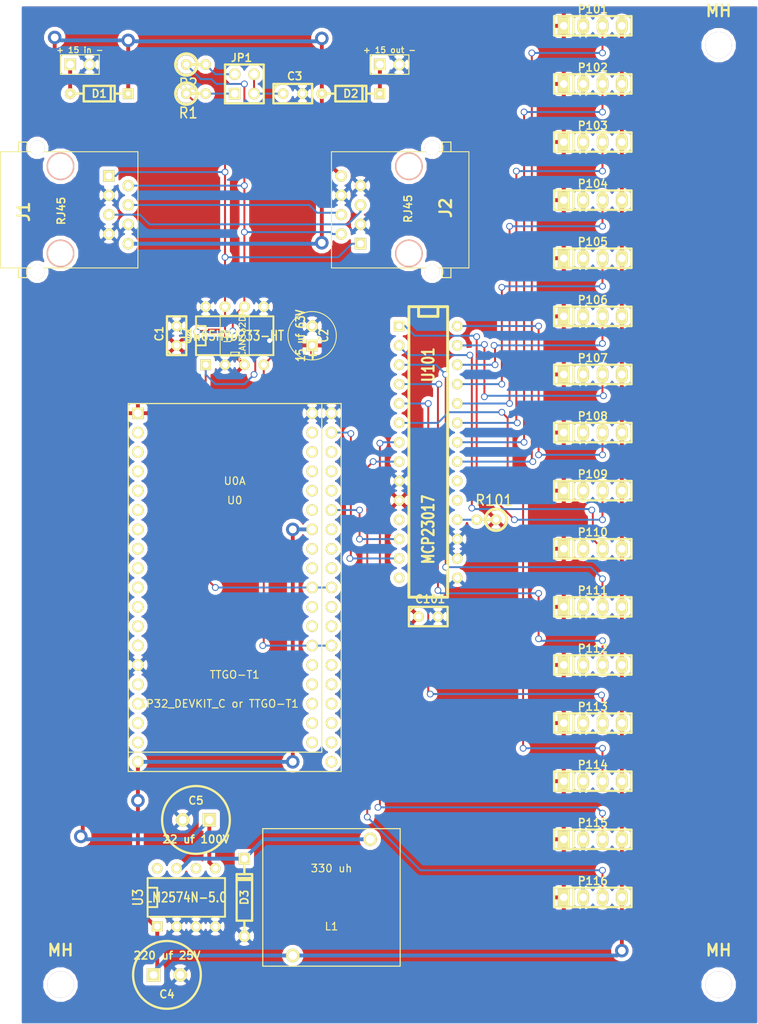
<source format=kicad_pcb>
(kicad_pcb (version 3) (host pcbnew "(2013-june-11)-stable")
  (layers (15 F.Cu signal) (0 B.Cu signal) (18 B.Paste user) (19 F.Paste user) (20 B.SilkS user) (21 F.SilkS user) (22 B.Mask user) (23 F.Mask user) (28 Edge.Cuts user))
  (net 0 "")
  (net 1 +12V)
  (net 2 +5V)
  (net 3 "/CAN Transceiver/CANH")
  (net 4 "/CAN Transceiver/CANL")
  (net 5 "/CAN Transceiver/CAN_RX")
  (net 6 "/CAN Transceiver/CAN_TX")
  (net 7 /OD1)
  (net 8 /OD10)
  (net 9 /OD11)
  (net 10 /OD12)
  (net 11 /OD13)
  (net 12 /OD14)
  (net 13 /OD15)
  (net 14 /OD16)
  (net 15 /OD2)
  (net 16 /OD3)
  (net 17 /OD4)
  (net 18 /OD5)
  (net 19 /OD6)
  (net 20 /OD7)
  (net 21 /OD8)
  (net 22 /OD9)
  (net 23 /SCL)
  (net 24 /SDA)
  (net 25 3V3)
  (net 26 GND)
  (net 27 N-000001)
  (net 28 N-0000058)
  (net 29 N-0000059)
  (net 30 N-0000061)
  (net 31 N-0000063)
  (net 32 N-0000068)
  (net 33 N-0000069)
  (net 34 N-0000070)
  (net 35 N-0000071)
  (module ESP32-Devkit-C (layer F.Cu) (at 137.16 90.17)
    (fp_text reference U0 (at 0 -11.43) (layer F.SilkS))
    (fp_text value "ESP32_DEVKIT_C or TTGO-T1" (at -2.54 15.24) (layer F.SilkS))
    (pad 1 thru_hole rect (at -12.7 -22.86) (size 1.524 1.524) (drill 1.016) (layers *.Cu *.Mask F.SilkS) (net 25 3V3))
    (pad 2 thru_hole circle (at -12.7 -20.32) (size 1.524 1.524) (drill 1.016) (layers *.Cu *.Mask F.SilkS))
    (pad 3 thru_hole circle (at -12.7 -17.78) (size 1.524 1.524) (drill 1.016) (layers *.Cu *.Mask F.SilkS))
    (pad 4 thru_hole circle (at -12.7 -15.24) (size 1.524 1.524) (drill 1.016) (layers *.Cu *.Mask F.SilkS))
    (pad 5 thru_hole circle (at -12.7 -12.7) (size 1.524 1.524) (drill 1.016) (layers *.Cu *.Mask F.SilkS))
    (pad 6 thru_hole circle (at -12.7 -10.16) (size 1.524 1.524) (drill 1.016) (layers *.Cu *.Mask F.SilkS))
    (pad 7 thru_hole circle (at -12.7 -7.62) (size 1.524 1.524) (drill 1.016) (layers *.Cu *.Mask F.SilkS))
    (pad 8 thru_hole circle (at -12.7 -5.08) (size 1.524 1.524) (drill 1.016) (layers *.Cu *.Mask F.SilkS))
    (pad 9 thru_hole circle (at -12.7 -2.54) (size 1.524 1.524) (drill 1.016) (layers *.Cu *.Mask F.SilkS))
    (pad 10 thru_hole circle (at -12.7 0) (size 1.524 1.524) (drill 1.016) (layers *.Cu *.Mask F.SilkS))
    (pad 11 thru_hole circle (at -12.7 2.54) (size 1.524 1.524) (drill 1.016) (layers *.Cu *.Mask F.SilkS))
    (pad 12 thru_hole circle (at -12.7 5.08) (size 1.524 1.524) (drill 1.016) (layers *.Cu *.Mask F.SilkS))
    (pad 13 thru_hole circle (at -12.7 7.62) (size 1.524 1.524) (drill 1.016) (layers *.Cu *.Mask F.SilkS))
    (pad 14 thru_hole circle (at -12.7 10.16) (size 1.524 1.524) (drill 1.016) (layers *.Cu *.Mask F.SilkS) (net 26 GND))
    (pad 15 thru_hole circle (at -12.7 12.7) (size 1.524 1.524) (drill 1.016) (layers *.Cu *.Mask F.SilkS))
    (pad 16 thru_hole circle (at -12.7 15.24) (size 1.524 1.524) (drill 1.016) (layers *.Cu *.Mask F.SilkS))
    (pad 17 thru_hole circle (at -12.7 17.78) (size 1.524 1.524) (drill 1.016) (layers *.Cu *.Mask F.SilkS))
    (pad 18 thru_hole circle (at -12.7 20.32) (size 1.524 1.524) (drill 1.016) (layers *.Cu *.Mask F.SilkS))
    (pad 19 thru_hole circle (at -12.7 22.86) (size 1.524 1.524) (drill 1.016) (layers *.Cu *.Mask F.SilkS) (net 2 +5V))
    (pad 20 thru_hole circle (at 12.7 22.86) (size 1.524 1.524) (drill 1.016) (layers *.Cu *.Mask F.SilkS))
    (pad 21 thru_hole circle (at 12.7 20.32) (size 1.524 1.524) (drill 1.016) (layers *.Cu *.Mask F.SilkS))
    (pad 22 thru_hole circle (at 12.7 17.78) (size 1.524 1.524) (drill 1.016) (layers *.Cu *.Mask F.SilkS))
    (pad 23 thru_hole circle (at 12.7 15.24) (size 1.524 1.524) (drill 1.016) (layers *.Cu *.Mask F.SilkS))
    (pad 24 thru_hole circle (at 12.7 12.7) (size 1.524 1.524) (drill 1.016) (layers *.Cu *.Mask F.SilkS))
    (pad 25 thru_hole circle (at 12.7 10.16) (size 1.524 1.524) (drill 1.016) (layers *.Cu *.Mask F.SilkS))
    (pad 26 thru_hole circle (at 12.7 7.62) (size 1.524 1.524) (drill 1.016) (layers *.Cu *.Mask F.SilkS) (net 5 "/CAN Transceiver/CAN_RX"))
    (pad 27 thru_hole circle (at 12.7 5.08) (size 1.524 1.524) (drill 1.016) (layers *.Cu *.Mask F.SilkS))
    (pad 28 thru_hole circle (at 12.7 2.54) (size 1.524 1.524) (drill 1.016) (layers *.Cu *.Mask F.SilkS))
    (pad 29 thru_hole circle (at 12.7 0) (size 1.524 1.524) (drill 1.016) (layers *.Cu *.Mask F.SilkS) (net 6 "/CAN Transceiver/CAN_TX"))
    (pad 30 thru_hole circle (at 12.7 -2.54) (size 1.524 1.524) (drill 1.016) (layers *.Cu *.Mask F.SilkS))
    (pad 31 thru_hole circle (at 12.7 -5.08) (size 1.524 1.524) (drill 1.016) (layers *.Cu *.Mask F.SilkS))
    (pad 32 thru_hole circle (at 12.7 -7.62) (size 1.524 1.524) (drill 1.016) (layers *.Cu *.Mask F.SilkS))
    (pad 33 thru_hole circle (at 12.7 -10.16) (size 1.524 1.524) (drill 1.016) (layers *.Cu *.Mask F.SilkS) (net 23 /SCL))
    (pad 34 thru_hole circle (at 12.7 -12.7) (size 1.524 1.524) (drill 1.016) (layers *.Cu *.Mask F.SilkS))
    (pad 35 thru_hole circle (at 12.7 -15.24) (size 1.524 1.524) (drill 1.016) (layers *.Cu *.Mask F.SilkS))
    (pad 36 thru_hole circle (at 12.7 -17.78) (size 1.524 1.524) (drill 1.016) (layers *.Cu *.Mask F.SilkS))
    (pad 37 thru_hole circle (at 12.7 -20.32) (size 1.524 1.524) (drill 1.016) (layers *.Cu *.Mask F.SilkS) (net 24 /SDA))
    (pad 38 thru_hole circle (at 12.7 -22.86) (size 1.524 1.524) (drill 1.016) (layers *.Cu *.Mask F.SilkS) (net 26 GND))
  )
  (module SOIC-8_N (layer F.Cu) (at 137.16 57.15 90)
    (fp_text reference U1 (at 0 -0.889 90) (layer F.SilkS))
    (fp_text value TCAN332DR (at 0 1.016 90) (layer F.SilkS) (effects (font (size 0.8 0.8))))
    (pad 8 smd rect (at -1.875 -2.7 90) (size 0.6 1.6) (layers F.Cu F.Paste F.Mask))
    (pad 1 smd rect (at -1.875 2.7 90) (size 0.6 1.6) (layers F.Cu F.Paste F.Mask) (net 6 "/CAN Transceiver/CAN_TX"))
    (pad 7 smd rect (at -0.625 -2.7 90) (size 0.6 1.6) (layers F.Cu F.Paste F.Mask) (net 3 "/CAN Transceiver/CANH"))
    (pad 6 smd rect (at 0.625 -2.7 90) (size 0.6 1.6) (layers F.Cu F.Paste F.Mask) (net 4 "/CAN Transceiver/CANL"))
    (pad 5 smd rect (at 1.875 -2.7 90) (size 0.6 1.6) (layers F.Cu F.Paste F.Mask))
    (pad 2 smd rect (at -0.625 2.7 90) (size 0.6 1.6) (layers F.Cu F.Paste F.Mask) (net 26 GND))
    (pad 3 smd rect (at 0.625 2.7 90) (size 0.6 1.6) (layers F.Cu F.Paste F.Mask) (net 25 3V3))
    (pad 4 smd rect (at 1.875 2.7 90) (size 0.6 1.6) (layers F.Cu F.Paste F.Mask) (net 5 "/CAN Transceiver/CAN_RX"))
  )
  (module ScrewTerm2.54-2 (layer F.Cu) (at 116.84 21.59)
    (fp_text reference T1 hide)
    (fp_text value "+ 15 in -" (at 0 -1.905) (layer F.SilkS) (effects (font (size 0.762 0.762) (thickness 0.1524))))
    (pad 1 thru_hole rect (at -1.27 0 90) (size 1.524 1.524) (drill 1.016) (layers *.Cu *.Mask F.SilkS) (net 30 N-0000061))
    (pad 2 thru_hole circle (at 1.27 0 90) (size 1.524 1.524) (drill 1.016) (layers *.Cu *.Mask F.SilkS) (net 26 GND))
  )
  (module ScrewTerm2.54-2 (layer F.Cu) (at 157.48 21.59)
    (fp_text reference T2 hide)
    (fp_text value "+ 15 out -" (at 0 -1.905) (layer F.SilkS) (effects (font (size 0.762 0.762) (thickness 0.1524))))
    (pad 1 thru_hole rect (at -1.27 0 90) (size 1.524 1.524) (drill 1.016) (layers *.Cu *.Mask F.SilkS) (net 31 N-0000063))
    (pad 2 thru_hole circle (at 1.27 0 90) (size 1.524 1.524) (drill 1.016) (layers *.Cu *.Mask F.SilkS) (net 26 GND))
  )
  (module RJ45_8N-S (layer F.Cu) (at 114.3 40.64 270)
    (fp_text reference J1 (at 0.254 4.826 270) (layer F.SilkS) (effects (font (size 1.524 1.524) (thickness 0.3048))))
    (fp_text value RJ45 (at 0.14224 -0.1016 270) (layer F.SilkS) (effects (font (size 1.00076 1.00076) (thickness 0.2032))))
    (pad "" np_thru_hole circle (at 5.715 0 270) (size 3.64998 3.64998) (drill 3.2512) (layers *.Cu *.SilkS *.Mask))
    (pad "" np_thru_hole circle (at -5.715 0 270) (size 3.64998 3.64998) (drill 3.2512) (layers *.Cu *.SilkS *.Mask))
    (pad 1 thru_hole rect (at -4.445 -6.35 270) (size 1.50114 1.50114) (drill 0.89916) (layers *.Cu *.Mask F.SilkS) (net 3 "/CAN Transceiver/CANH"))
    (pad 2 thru_hole circle (at -3.175 -8.89 270) (size 1.50114 1.50114) (drill 0.89916) (layers *.Cu *.Mask F.SilkS) (net 4 "/CAN Transceiver/CANL"))
    (pad 3 thru_hole circle (at -1.905 -6.35 270) (size 1.50114 1.50114) (drill 0.89916) (layers *.Cu *.Mask F.SilkS) (net 26 GND))
    (pad 4 thru_hole circle (at -0.635 -8.89 270) (size 1.50114 1.50114) (drill 0.89916) (layers *.Cu *.Mask F.SilkS) (net 28 N-0000058))
    (pad 5 thru_hole circle (at 0.635 -6.35 270) (size 1.50114 1.50114) (drill 0.89916) (layers *.Cu *.Mask F.SilkS) (net 29 N-0000059))
    (pad 6 thru_hole circle (at 1.905 -8.89 270) (size 1.50114 1.50114) (drill 0.89916) (layers *.Cu *.Mask F.SilkS) (net 26 GND))
    (pad 7 thru_hole circle (at 3.175 -6.35 270) (size 1.50114 1.50114) (drill 0.89916) (layers *.Cu *.Mask F.SilkS) (net 26 GND))
    (pad 8 thru_hole circle (at 4.445 -8.89 270) (size 1.50114 1.50114) (drill 0.89916) (layers *.Cu *.Mask F.SilkS) (net 1 +12V))
    (pad "" thru_hole circle (at -8.128 3.048 270) (size 1.9304 1.9304) (drill 1.9304) (layers *.Cu *.Mask F.SilkS))
    (pad "" thru_hole circle (at 8.128 3.048 270) (size 1.9304 1.9304) (drill 1.9304) (layers *.Cu *.Mask F.SilkS))
  )
  (module RJ45_8N-S (layer F.Cu) (at 160.02 40.64 90)
    (fp_text reference J2 (at 0.254 4.826 90) (layer F.SilkS) (effects (font (size 1.524 1.524) (thickness 0.3048))))
    (fp_text value RJ45 (at 0.14224 -0.1016 90) (layer F.SilkS) (effects (font (size 1.00076 1.00076) (thickness 0.2032))))
    (pad "" np_thru_hole circle (at 5.715 0 90) (size 3.64998 3.64998) (drill 3.2512) (layers *.Cu *.SilkS *.Mask))
    (pad "" np_thru_hole circle (at -5.715 0 90) (size 3.64998 3.64998) (drill 3.2512) (layers *.Cu *.SilkS *.Mask))
    (pad 1 thru_hole rect (at -4.445 -6.35 90) (size 1.50114 1.50114) (drill 0.89916) (layers *.Cu *.Mask F.SilkS) (net 3 "/CAN Transceiver/CANH"))
    (pad 2 thru_hole circle (at -3.175 -8.89 90) (size 1.50114 1.50114) (drill 0.89916) (layers *.Cu *.Mask F.SilkS) (net 4 "/CAN Transceiver/CANL"))
    (pad 3 thru_hole circle (at -1.905 -6.35 90) (size 1.50114 1.50114) (drill 0.89916) (layers *.Cu *.Mask F.SilkS) (net 26 GND))
    (pad 4 thru_hole circle (at -0.635 -8.89 90) (size 1.50114 1.50114) (drill 0.89916) (layers *.Cu *.Mask F.SilkS) (net 28 N-0000058))
    (pad 5 thru_hole circle (at 0.635 -6.35 90) (size 1.50114 1.50114) (drill 0.89916) (layers *.Cu *.Mask F.SilkS) (net 29 N-0000059))
    (pad 6 thru_hole circle (at 1.905 -8.89 90) (size 1.50114 1.50114) (drill 0.89916) (layers *.Cu *.Mask F.SilkS) (net 26 GND))
    (pad 7 thru_hole circle (at 3.175 -6.35 90) (size 1.50114 1.50114) (drill 0.89916) (layers *.Cu *.Mask F.SilkS) (net 26 GND))
    (pad 8 thru_hole circle (at 4.445 -8.89 90) (size 1.50114 1.50114) (drill 0.89916) (layers *.Cu *.Mask F.SilkS) (net 1 +12V))
    (pad "" thru_hole circle (at -8.128 3.048 90) (size 1.9304 1.9304) (drill 1.9304) (layers *.Cu *.Mask F.SilkS))
    (pad "" thru_hole circle (at 8.128 3.048 90) (size 1.9304 1.9304) (drill 1.9304) (layers *.Cu *.Mask F.SilkS))
  )
  (module R1 (layer F.Cu) (at 132.08 21.59)
    (fp_text reference R2 (at -1.016 2.54) (layer F.SilkS) (effects (font (size 1.397 1.27) (thickness 0.2032))))
    (fp_text value "60 Ohms" hide)
    (pad 1 thru_hole circle (at -1.27 0) (size 1.397 1.397) (drill 0.8128) (layers *.Cu *.Mask F.SilkS) (net 4 "/CAN Transceiver/CANL"))
    (pad 2 thru_hole circle (at 1.27 0) (size 1.397 1.397) (drill 0.8128) (layers *.Cu *.Mask F.SilkS) (net 32 N-0000068))
  )
  (module R1 (layer F.Cu) (at 132.08 25.4)
    (fp_text reference R1 (at -1.016 2.54) (layer F.SilkS) (effects (font (size 1.397 1.27) (thickness 0.2032))))
    (fp_text value "60 Ohms" hide)
    (pad 1 thru_hole circle (at -1.27 0) (size 1.397 1.397) (drill 0.8128) (layers *.Cu *.Mask F.SilkS) (net 3 "/CAN Transceiver/CANH"))
    (pad 2 thru_hole circle (at 1.27 0) (size 1.397 1.397) (drill 0.8128) (layers *.Cu *.Mask F.SilkS) (net 34 N-0000070))
  )
  (module PIN_ARRAY_2X2 (layer F.Cu) (at 138.43 24.13)
    (fp_text reference JP1 (at -0.381 -3.429) (layer F.SilkS) (effects (font (size 1.016 1.016) (thickness 0.2032))))
    (fp_text value Termination hide)
    (pad 1 thru_hole rect (at -1.27 1.27) (size 1.524 1.524) (drill 1.016) (layers *.Cu *.Mask F.SilkS) (net 34 N-0000070))
    (pad 2 thru_hole circle (at -1.27 -1.27) (size 1.524 1.524) (drill 1.016) (layers *.Cu *.Mask F.SilkS) (net 32 N-0000068))
    (pad 3 thru_hole circle (at 1.27 1.27) (size 1.524 1.524) (drill 1.016) (layers *.Cu *.Mask F.SilkS) (net 33 N-0000069))
    (pad 4 thru_hole circle (at 1.27 -1.27) (size 1.524 1.524) (drill 1.016) (layers *.Cu *.Mask F.SilkS) (net 33 N-0000069))
  )
  (module PE-LowProfile (layer F.Cu) (at 149.86 130.81 180)
    (fp_text reference L1 (at 0 -3.81 180) (layer F.SilkS))
    (fp_text value "330 uh" (at 0 3.81 180) (layer F.SilkS))
    (pad 1 thru_hole circle (at 5.08 -7.62 180) (size 1.78 1.78) (drill 1.14) (layers *.Cu *.Mask F.SilkS) (net 2 +5V))
    (pad 2 thru_hole circle (at -5.08 7.62 180) (size 1.78 1.78) (drill 1.14) (layers *.Cu *.Mask F.SilkS) (net 35 N-0000071))
  )
  (module DO-41 (layer F.Cu) (at 138.43 130.81 90)
    (fp_text reference D3 (at 0 0 90) (layer F.SilkS) (effects (font (size 1.016 1.016) (thickness 0.2032))))
    (fp_text value SB160-E3/54 hide)
    (pad 2 thru_hole rect (at 5.08 0 90) (size 1.524 1.524) (drill 0.889) (layers *.Cu *.Mask F.SilkS) (net 35 N-0000071))
    (pad 1 thru_hole circle (at -5.08 0 90) (size 1.524 1.524) (drill 0.889) (layers *.Cu *.Mask F.SilkS) (net 26 GND))
  )
  (module DO-35 (layer F.Cu) (at 152.4 25.4)
    (fp_text reference D2 (at 0 0) (layer F.SilkS) (effects (font (size 1.016 1.016) (thickness 0.2032))))
    (fp_text value SB240E hide)
    (pad 2 thru_hole rect (at 3.81 0) (size 1.4224 1.4224) (drill 0.6096) (layers *.Cu *.Mask F.SilkS) (net 31 N-0000063))
    (pad 1 thru_hole circle (at -3.81 0) (size 1.4224 1.4224) (drill 0.6096) (layers *.Cu *.Mask F.SilkS) (net 1 +12V))
  )
  (module DO-35 (layer F.Cu) (at 119.38 25.4)
    (fp_text reference D1 (at 0 0) (layer F.SilkS) (effects (font (size 1.016 1.016) (thickness 0.2032))))
    (fp_text value SB240E hide)
    (pad 2 thru_hole rect (at 3.81 0) (size 1.4224 1.4224) (drill 0.6096) (layers *.Cu *.Mask F.SilkS) (net 1 +12V))
    (pad 1 thru_hole circle (at -3.81 0) (size 1.4224 1.4224) (drill 0.6096) (layers *.Cu *.Mask F.SilkS) (net 30 N-0000061))
  )
  (module DIP-8__300 (layer F.Cu) (at 137.16 57.15)
    (fp_text reference U2 (at -6.35 0 90) (layer F.SilkS) (effects (font (size 1.27 1.143) (thickness 0.2032))))
    (fp_text value SN65HVD233-HT (at 0 0) (layer F.SilkS) (effects (font (size 1.27 1.016) (thickness 0.2032))))
    (pad 1 thru_hole rect (at -3.81 3.81) (size 1.397 1.397) (drill 0.8128) (layers *.Cu *.Mask F.SilkS) (net 6 "/CAN Transceiver/CAN_TX"))
    (pad 2 thru_hole circle (at -1.27 3.81) (size 1.397 1.397) (drill 0.8128) (layers *.Cu *.Mask F.SilkS) (net 26 GND))
    (pad 3 thru_hole circle (at 1.27 3.81) (size 1.397 1.397) (drill 0.8128) (layers *.Cu *.Mask F.SilkS) (net 25 3V3))
    (pad 4 thru_hole circle (at 3.81 3.81) (size 1.397 1.397) (drill 0.8128) (layers *.Cu *.Mask F.SilkS) (net 5 "/CAN Transceiver/CAN_RX"))
    (pad 5 thru_hole circle (at 3.81 -3.81) (size 1.397 1.397) (drill 0.8128) (layers *.Cu *.Mask F.SilkS) (net 26 GND))
    (pad 6 thru_hole circle (at 1.27 -3.81) (size 1.397 1.397) (drill 0.8128) (layers *.Cu *.Mask F.SilkS) (net 4 "/CAN Transceiver/CANL"))
    (pad 7 thru_hole circle (at -1.27 -3.81) (size 1.397 1.397) (drill 0.8128) (layers *.Cu *.Mask F.SilkS) (net 3 "/CAN Transceiver/CANH"))
    (pad 8 thru_hole circle (at -3.81 -3.81) (size 1.397 1.397) (drill 0.8128) (layers *.Cu *.Mask F.SilkS) (net 26 GND))
  )
  (module DIP-8__300 (layer F.Cu) (at 130.81 130.81)
    (fp_text reference U3 (at -6.35 0 90) (layer F.SilkS) (effects (font (size 1.27 1.143) (thickness 0.2032))))
    (fp_text value LM2574N-5.0 (at 0 0) (layer F.SilkS) (effects (font (size 1.27 1.016) (thickness 0.2032))))
    (pad 1 thru_hole rect (at -3.81 3.81) (size 1.397 1.397) (drill 0.8128) (layers *.Cu *.Mask F.SilkS) (net 2 +5V))
    (pad 2 thru_hole circle (at -1.27 3.81) (size 1.397 1.397) (drill 0.8128) (layers *.Cu *.Mask F.SilkS) (net 26 GND))
    (pad 3 thru_hole circle (at 1.27 3.81) (size 1.397 1.397) (drill 0.8128) (layers *.Cu *.Mask F.SilkS) (net 26 GND))
    (pad 4 thru_hole circle (at 3.81 3.81) (size 1.397 1.397) (drill 0.8128) (layers *.Cu *.Mask F.SilkS) (net 26 GND))
    (pad 5 thru_hole circle (at 3.81 -3.81) (size 1.397 1.397) (drill 0.8128) (layers *.Cu *.Mask F.SilkS) (net 1 +12V))
    (pad 6 thru_hole circle (at 1.27 -3.81) (size 1.397 1.397) (drill 0.8128) (layers *.Cu *.Mask F.SilkS))
    (pad 7 thru_hole circle (at -1.27 -3.81) (size 1.397 1.397) (drill 0.8128) (layers *.Cu *.Mask F.SilkS) (net 35 N-0000071))
    (pad 8 thru_hole circle (at -3.81 -3.81) (size 1.397 1.397) (drill 0.8128) (layers *.Cu *.Mask F.SilkS))
  )
  (module C1-3V8 (layer F.Cu) (at 132.08 120.65 180)
    (fp_text reference C5 (at 0 2.54 180) (layer F.SilkS) (effects (font (size 1.016 1.016) (thickness 0.2032))))
    (fp_text value "22 uf 100V" (at 0 -2.54 180) (layer F.SilkS) (effects (font (size 1.016 1.016) (thickness 0.2032))))
    (pad 1 thru_hole rect (at -1.75 0 180) (size 1.778 1.778) (drill 1.016) (layers *.Cu *.Mask F.SilkS) (net 1 +12V))
    (pad 2 thru_hole circle (at 1.75 0 180) (size 1.778 1.778) (drill 1.016) (layers *.Cu *.Mask F.SilkS) (net 26 GND))
  )
  (module C1-3V8 (layer F.Cu) (at 128.27 140.97)
    (fp_text reference C4 (at 0 2.54) (layer F.SilkS) (effects (font (size 1.016 1.016) (thickness 0.2032))))
    (fp_text value "220 uf 25V" (at 0 -2.54) (layer F.SilkS) (effects (font (size 1.016 1.016) (thickness 0.2032))))
    (pad 1 thru_hole rect (at -1.75 0) (size 1.778 1.778) (drill 1.016) (layers *.Cu *.Mask F.SilkS) (net 2 +5V))
    (pad 2 thru_hole circle (at 1.75 0) (size 1.778 1.778) (drill 1.016) (layers *.Cu *.Mask F.SilkS) (net 26 GND))
  )
  (module C1 (layer F.Cu) (at 144.78 25.4)
    (fp_text reference C3 (at 0.254 -2.286) (layer F.SilkS) (effects (font (size 1.016 1.016) (thickness 0.2032))))
    (fp_text value "47 nf" hide)
    (pad 1 thru_hole circle (at -1.27 0) (size 1.397 1.397) (drill 0.8128) (layers *.Cu *.Mask F.SilkS) (net 33 N-0000069))
    (pad 2 thru_hole circle (at 1.27 0) (size 1.397 1.397) (drill 0.8128) (layers *.Cu *.Mask F.SilkS) (net 26 GND))
  )
  (module C1 (layer F.Cu) (at 129.54 57.15 90)
    (fp_text reference C1 (at 0.254 -2.286 90) (layer F.SilkS) (effects (font (size 1.016 1.016) (thickness 0.2032))))
    (fp_text value ".1 uf" hide)
    (pad 1 thru_hole circle (at -1.27 0 90) (size 1.397 1.397) (drill 0.8128) (layers *.Cu *.Mask F.SilkS) (net 25 3V3))
    (pad 2 thru_hole circle (at 1.27 0 90) (size 1.397 1.397) (drill 0.8128) (layers *.Cu *.Mask F.SilkS) (net 26 GND))
  )
  (module C1V7 (layer F.Cu) (at 147.32 57.15 90)
    (fp_text reference C2 (at 0 1.524 90) (layer F.SilkS) (effects (font (size 1.143 0.889) (thickness 0.2032))))
    (fp_text value "15 uf 63V" (at 0 -1.524 90) (layer F.SilkS) (effects (font (size 1.143 0.889) (thickness 0.2032))))
    (fp_text user + (at -2.54 0 90) (layer F.SilkS) (effects (font (size 1.143 1.143) (thickness 0.3048))))
    (pad 1 thru_hole rect (at -1.27 0 90) (size 1.524 1.524) (drill 0.8128) (layers *.Cu *.Mask F.SilkS) (net 25 3V3))
    (pad 2 thru_hole circle (at 1.27 0 90) (size 1.524 1.524) (drill 0.8128) (layers *.Cu *.Mask F.SilkS) (net 26 GND))
  )
  (module TIGO-T1 (layer F.Cu) (at 137.16 90.17)
    (fp_text reference U0A (at 0 -13.97) (layer F.SilkS))
    (fp_text value TTGO-T1 (at 0 11.43) (layer F.SilkS))
    (pad 1 thru_hole rect (at -12.7 -22.86) (size 1.524 1.524) (drill 1.016) (layers *.Cu *.Mask F.SilkS) (net 25 3V3))
    (pad 2 thru_hole circle (at -12.7 -20.32) (size 1.524 1.524) (drill 1.016) (layers *.Cu *.Mask F.SilkS))
    (pad 3 thru_hole circle (at -12.7 -17.78) (size 1.524 1.524) (drill 1.016) (layers *.Cu *.Mask F.SilkS))
    (pad 4 thru_hole circle (at -12.7 -15.24) (size 1.524 1.524) (drill 1.016) (layers *.Cu *.Mask F.SilkS))
    (pad 5 thru_hole circle (at -12.7 -12.7) (size 1.524 1.524) (drill 1.016) (layers *.Cu *.Mask F.SilkS))
    (pad 6 thru_hole circle (at -12.7 -10.16) (size 1.524 1.524) (drill 1.016) (layers *.Cu *.Mask F.SilkS))
    (pad 7 thru_hole circle (at -12.7 -7.62) (size 1.524 1.524) (drill 1.016) (layers *.Cu *.Mask F.SilkS))
    (pad 8 thru_hole circle (at -12.7 -5.08) (size 1.524 1.524) (drill 1.016) (layers *.Cu *.Mask F.SilkS))
    (pad 9 thru_hole circle (at -12.7 -2.54) (size 1.524 1.524) (drill 1.016) (layers *.Cu *.Mask F.SilkS))
    (pad 10 thru_hole circle (at -12.7 0) (size 1.524 1.524) (drill 1.016) (layers *.Cu *.Mask F.SilkS))
    (pad 11 thru_hole circle (at -12.7 2.54) (size 1.524 1.524) (drill 1.016) (layers *.Cu *.Mask F.SilkS))
    (pad 12 thru_hole circle (at -12.7 5.08) (size 1.524 1.524) (drill 1.016) (layers *.Cu *.Mask F.SilkS))
    (pad 13 thru_hole circle (at -12.7 7.62) (size 1.524 1.524) (drill 1.016) (layers *.Cu *.Mask F.SilkS))
    (pad 14 thru_hole circle (at -12.7 10.16) (size 1.524 1.524) (drill 1.016) (layers *.Cu *.Mask F.SilkS) (net 26 GND))
    (pad 15 thru_hole circle (at -12.7 12.7) (size 1.524 1.524) (drill 1.016) (layers *.Cu *.Mask F.SilkS))
    (pad 16 thru_hole circle (at -12.7 15.24) (size 1.524 1.524) (drill 1.016) (layers *.Cu *.Mask F.SilkS))
    (pad 17 thru_hole circle (at -12.7 17.78) (size 1.524 1.524) (drill 1.016) (layers *.Cu *.Mask F.SilkS))
    (pad 18 thru_hole circle (at -12.7 20.32) (size 1.524 1.524) (drill 1.016) (layers *.Cu *.Mask F.SilkS))
    (pad 19 thru_hole circle (at 10.16 20.32) (size 1.524 1.524) (drill 1.016) (layers *.Cu *.Mask F.SilkS))
    (pad 20 thru_hole circle (at 10.16 17.78) (size 1.524 1.524) (drill 1.016) (layers *.Cu *.Mask F.SilkS))
    (pad 21 thru_hole circle (at 10.16 15.24) (size 1.524 1.524) (drill 1.016) (layers *.Cu *.Mask F.SilkS))
    (pad 22 thru_hole circle (at 10.16 12.7) (size 1.524 1.524) (drill 1.016) (layers *.Cu *.Mask F.SilkS))
    (pad 23 thru_hole circle (at 10.16 10.16) (size 1.524 1.524) (drill 1.016) (layers *.Cu *.Mask F.SilkS))
    (pad 24 thru_hole circle (at 10.16 7.62) (size 1.524 1.524) (drill 1.016) (layers *.Cu *.Mask F.SilkS) (net 5 "/CAN Transceiver/CAN_RX"))
    (pad 25 thru_hole circle (at 10.16 5.08) (size 1.524 1.524) (drill 1.016) (layers *.Cu *.Mask F.SilkS))
    (pad 26 thru_hole circle (at 10.16 2.54) (size 1.524 1.524) (drill 1.016) (layers *.Cu *.Mask F.SilkS))
    (pad 27 thru_hole circle (at 10.16 0) (size 1.524 1.524) (drill 1.016) (layers *.Cu *.Mask F.SilkS) (net 6 "/CAN Transceiver/CAN_TX"))
    (pad 28 thru_hole circle (at 10.16 -2.54) (size 1.524 1.524) (drill 1.016) (layers *.Cu *.Mask F.SilkS))
    (pad 29 thru_hole circle (at 10.16 -5.08) (size 1.524 1.524) (drill 1.016) (layers *.Cu *.Mask F.SilkS))
    (pad 30 thru_hole circle (at 10.16 -7.62) (size 1.524 1.524) (drill 1.016) (layers *.Cu *.Mask F.SilkS) (net 2 +5V))
    (pad 31 thru_hole circle (at 10.16 -10.16) (size 1.524 1.524) (drill 1.016) (layers *.Cu *.Mask F.SilkS))
    (pad 32 thru_hole circle (at 10.16 -12.7) (size 1.524 1.524) (drill 1.016) (layers *.Cu *.Mask F.SilkS))
    (pad 33 thru_hole circle (at 10.16 -15.24) (size 1.524 1.524) (drill 1.016) (layers *.Cu *.Mask F.SilkS))
    (pad 34 thru_hole circle (at 10.16 -17.78) (size 1.524 1.524) (drill 1.016) (layers *.Cu *.Mask F.SilkS))
    (pad 35 thru_hole circle (at 10.16 -20.32) (size 1.524 1.524) (drill 1.016) (layers *.Cu *.Mask F.SilkS))
    (pad 36 thru_hole circle (at 10.16 -22.86) (size 1.524 1.524) (drill 1.016) (layers *.Cu *.Mask F.SilkS) (net 26 GND))
  )
  (module R1 (layer F.Cu) (at 170.18 81.28 180)
    (fp_text reference R101 (at -1.016 2.54 180) (layer F.SilkS) (effects (font (size 1.397 1.27) (thickness 0.2032))))
    (fp_text value "10K Ohms" hide)
    (pad 1 thru_hole circle (at -1.27 0 180) (size 1.397 1.397) (drill 0.8128) (layers *.Cu *.Mask F.SilkS) (net 25 3V3))
    (pad 2 thru_hole circle (at 1.27 0 180) (size 1.397 1.397) (drill 0.8128) (layers *.Cu *.Mask F.SilkS) (net 27 N-000001))
  )
  (module pin_socket_4 (layer F.Cu) (at 184.15 107.95)
    (fp_text reference P113 (at 0 -2.159) (layer F.SilkS) (effects (font (size 1.016 1.016) (thickness 0.2032))))
    (fp_text value CONN_4 hide)
    (pad 1 thru_hole rect (at -3.81 0) (size 1.524 2.19964) (drill 1.00076) (layers *.Cu *.Mask F.SilkS) (net 25 3V3))
    (pad 2 thru_hole oval (at -1.27 0) (size 1.524 2.19964) (drill 1.00076) (layers *.Cu *.Mask F.SilkS) (net 26 GND))
    (pad 3 thru_hole oval (at 1.27 0) (size 1.524 2.19964) (drill 1.00076) (layers *.Cu *.Mask F.SilkS) (net 11 /OD13))
    (pad 4 thru_hole oval (at 3.81 0) (size 1.524 2.19964) (drill 1.00076) (layers *.Cu *.Mask F.SilkS) (net 2 +5V))
  )
  (module pin_socket_4 (layer F.Cu) (at 184.15 92.71)
    (fp_text reference P111 (at 0 -2.159) (layer F.SilkS) (effects (font (size 1.016 1.016) (thickness 0.2032))))
    (fp_text value CONN_4 hide)
    (pad 1 thru_hole rect (at -3.81 0) (size 1.524 2.19964) (drill 1.00076) (layers *.Cu *.Mask F.SilkS) (net 25 3V3))
    (pad 2 thru_hole oval (at -1.27 0) (size 1.524 2.19964) (drill 1.00076) (layers *.Cu *.Mask F.SilkS) (net 26 GND))
    (pad 3 thru_hole oval (at 1.27 0) (size 1.524 2.19964) (drill 1.00076) (layers *.Cu *.Mask F.SilkS) (net 9 /OD11))
    (pad 4 thru_hole oval (at 3.81 0) (size 1.524 2.19964) (drill 1.00076) (layers *.Cu *.Mask F.SilkS) (net 2 +5V))
  )
  (module pin_socket_4 (layer F.Cu) (at 184.15 77.47)
    (fp_text reference P109 (at 0 -2.159) (layer F.SilkS) (effects (font (size 1.016 1.016) (thickness 0.2032))))
    (fp_text value CONN_4 hide)
    (pad 1 thru_hole rect (at -3.81 0) (size 1.524 2.19964) (drill 1.00076) (layers *.Cu *.Mask F.SilkS) (net 25 3V3))
    (pad 2 thru_hole oval (at -1.27 0) (size 1.524 2.19964) (drill 1.00076) (layers *.Cu *.Mask F.SilkS) (net 26 GND))
    (pad 3 thru_hole oval (at 1.27 0) (size 1.524 2.19964) (drill 1.00076) (layers *.Cu *.Mask F.SilkS) (net 22 /OD9))
    (pad 4 thru_hole oval (at 3.81 0) (size 1.524 2.19964) (drill 1.00076) (layers *.Cu *.Mask F.SilkS) (net 2 +5V))
  )
  (module pin_socket_4 (layer F.Cu) (at 184.15 62.23)
    (fp_text reference P107 (at 0 -2.159) (layer F.SilkS) (effects (font (size 1.016 1.016) (thickness 0.2032))))
    (fp_text value CONN_4 hide)
    (pad 1 thru_hole rect (at -3.81 0) (size 1.524 2.19964) (drill 1.00076) (layers *.Cu *.Mask F.SilkS) (net 25 3V3))
    (pad 2 thru_hole oval (at -1.27 0) (size 1.524 2.19964) (drill 1.00076) (layers *.Cu *.Mask F.SilkS) (net 26 GND))
    (pad 3 thru_hole oval (at 1.27 0) (size 1.524 2.19964) (drill 1.00076) (layers *.Cu *.Mask F.SilkS) (net 20 /OD7))
    (pad 4 thru_hole oval (at 3.81 0) (size 1.524 2.19964) (drill 1.00076) (layers *.Cu *.Mask F.SilkS) (net 2 +5V))
  )
  (module pin_socket_4 (layer F.Cu) (at 184.15 46.99)
    (fp_text reference P105 (at 0 -2.159) (layer F.SilkS) (effects (font (size 1.016 1.016) (thickness 0.2032))))
    (fp_text value CONN_4 hide)
    (pad 1 thru_hole rect (at -3.81 0) (size 1.524 2.19964) (drill 1.00076) (layers *.Cu *.Mask F.SilkS) (net 25 3V3))
    (pad 2 thru_hole oval (at -1.27 0) (size 1.524 2.19964) (drill 1.00076) (layers *.Cu *.Mask F.SilkS) (net 26 GND))
    (pad 3 thru_hole oval (at 1.27 0) (size 1.524 2.19964) (drill 1.00076) (layers *.Cu *.Mask F.SilkS) (net 18 /OD5))
    (pad 4 thru_hole oval (at 3.81 0) (size 1.524 2.19964) (drill 1.00076) (layers *.Cu *.Mask F.SilkS) (net 2 +5V))
  )
  (module pin_socket_4 (layer F.Cu) (at 184.15 31.75)
    (fp_text reference P103 (at 0 -2.159) (layer F.SilkS) (effects (font (size 1.016 1.016) (thickness 0.2032))))
    (fp_text value CONN_4 hide)
    (pad 1 thru_hole rect (at -3.81 0) (size 1.524 2.19964) (drill 1.00076) (layers *.Cu *.Mask F.SilkS) (net 25 3V3))
    (pad 2 thru_hole oval (at -1.27 0) (size 1.524 2.19964) (drill 1.00076) (layers *.Cu *.Mask F.SilkS) (net 26 GND))
    (pad 3 thru_hole oval (at 1.27 0) (size 1.524 2.19964) (drill 1.00076) (layers *.Cu *.Mask F.SilkS) (net 16 /OD3))
    (pad 4 thru_hole oval (at 3.81 0) (size 1.524 2.19964) (drill 1.00076) (layers *.Cu *.Mask F.SilkS) (net 2 +5V))
  )
  (module pin_socket_4 (layer F.Cu) (at 184.15 16.51)
    (fp_text reference P101 (at 0 -2.159) (layer F.SilkS) (effects (font (size 1.016 1.016) (thickness 0.2032))))
    (fp_text value CONN_4 hide)
    (pad 1 thru_hole rect (at -3.81 0) (size 1.524 2.19964) (drill 1.00076) (layers *.Cu *.Mask F.SilkS) (net 25 3V3))
    (pad 2 thru_hole oval (at -1.27 0) (size 1.524 2.19964) (drill 1.00076) (layers *.Cu *.Mask F.SilkS) (net 26 GND))
    (pad 3 thru_hole oval (at 1.27 0) (size 1.524 2.19964) (drill 1.00076) (layers *.Cu *.Mask F.SilkS) (net 7 /OD1))
    (pad 4 thru_hole oval (at 3.81 0) (size 1.524 2.19964) (drill 1.00076) (layers *.Cu *.Mask F.SilkS) (net 2 +5V))
  )
  (module pin_socket_4 (layer F.Cu) (at 184.15 130.81)
    (fp_text reference P116 (at 0 -2.159) (layer F.SilkS) (effects (font (size 1.016 1.016) (thickness 0.2032))))
    (fp_text value CONN_4 hide)
    (pad 1 thru_hole rect (at -3.81 0) (size 1.524 2.19964) (drill 1.00076) (layers *.Cu *.Mask F.SilkS) (net 25 3V3))
    (pad 2 thru_hole oval (at -1.27 0) (size 1.524 2.19964) (drill 1.00076) (layers *.Cu *.Mask F.SilkS) (net 26 GND))
    (pad 3 thru_hole oval (at 1.27 0) (size 1.524 2.19964) (drill 1.00076) (layers *.Cu *.Mask F.SilkS) (net 14 /OD16))
    (pad 4 thru_hole oval (at 3.81 0) (size 1.524 2.19964) (drill 1.00076) (layers *.Cu *.Mask F.SilkS) (net 2 +5V))
  )
  (module pin_socket_4 (layer F.Cu) (at 184.15 115.57)
    (fp_text reference P114 (at 0 -2.159) (layer F.SilkS) (effects (font (size 1.016 1.016) (thickness 0.2032))))
    (fp_text value CONN_4 hide)
    (pad 1 thru_hole rect (at -3.81 0) (size 1.524 2.19964) (drill 1.00076) (layers *.Cu *.Mask F.SilkS) (net 25 3V3))
    (pad 2 thru_hole oval (at -1.27 0) (size 1.524 2.19964) (drill 1.00076) (layers *.Cu *.Mask F.SilkS) (net 26 GND))
    (pad 3 thru_hole oval (at 1.27 0) (size 1.524 2.19964) (drill 1.00076) (layers *.Cu *.Mask F.SilkS) (net 12 /OD14))
    (pad 4 thru_hole oval (at 3.81 0) (size 1.524 2.19964) (drill 1.00076) (layers *.Cu *.Mask F.SilkS) (net 2 +5V))
  )
  (module pin_socket_4 (layer F.Cu) (at 184.15 100.33)
    (fp_text reference P112 (at 0 -2.159) (layer F.SilkS) (effects (font (size 1.016 1.016) (thickness 0.2032))))
    (fp_text value CONN_4 hide)
    (pad 1 thru_hole rect (at -3.81 0) (size 1.524 2.19964) (drill 1.00076) (layers *.Cu *.Mask F.SilkS) (net 25 3V3))
    (pad 2 thru_hole oval (at -1.27 0) (size 1.524 2.19964) (drill 1.00076) (layers *.Cu *.Mask F.SilkS) (net 26 GND))
    (pad 3 thru_hole oval (at 1.27 0) (size 1.524 2.19964) (drill 1.00076) (layers *.Cu *.Mask F.SilkS) (net 10 /OD12))
    (pad 4 thru_hole oval (at 3.81 0) (size 1.524 2.19964) (drill 1.00076) (layers *.Cu *.Mask F.SilkS) (net 2 +5V))
  )
  (module pin_socket_4 (layer F.Cu) (at 184.15 85.09)
    (fp_text reference P110 (at 0 -2.159) (layer F.SilkS) (effects (font (size 1.016 1.016) (thickness 0.2032))))
    (fp_text value CONN_4 hide)
    (pad 1 thru_hole rect (at -3.81 0) (size 1.524 2.19964) (drill 1.00076) (layers *.Cu *.Mask F.SilkS) (net 25 3V3))
    (pad 2 thru_hole oval (at -1.27 0) (size 1.524 2.19964) (drill 1.00076) (layers *.Cu *.Mask F.SilkS) (net 26 GND))
    (pad 3 thru_hole oval (at 1.27 0) (size 1.524 2.19964) (drill 1.00076) (layers *.Cu *.Mask F.SilkS) (net 8 /OD10))
    (pad 4 thru_hole oval (at 3.81 0) (size 1.524 2.19964) (drill 1.00076) (layers *.Cu *.Mask F.SilkS) (net 2 +5V))
  )
  (module pin_socket_4 (layer F.Cu) (at 184.15 69.85)
    (fp_text reference P108 (at 0 -2.159) (layer F.SilkS) (effects (font (size 1.016 1.016) (thickness 0.2032))))
    (fp_text value CONN_4 hide)
    (pad 1 thru_hole rect (at -3.81 0) (size 1.524 2.19964) (drill 1.00076) (layers *.Cu *.Mask F.SilkS) (net 25 3V3))
    (pad 2 thru_hole oval (at -1.27 0) (size 1.524 2.19964) (drill 1.00076) (layers *.Cu *.Mask F.SilkS) (net 26 GND))
    (pad 3 thru_hole oval (at 1.27 0) (size 1.524 2.19964) (drill 1.00076) (layers *.Cu *.Mask F.SilkS) (net 21 /OD8))
    (pad 4 thru_hole oval (at 3.81 0) (size 1.524 2.19964) (drill 1.00076) (layers *.Cu *.Mask F.SilkS) (net 2 +5V))
  )
  (module pin_socket_4 (layer F.Cu) (at 184.15 54.61)
    (fp_text reference P106 (at 0 -2.159) (layer F.SilkS) (effects (font (size 1.016 1.016) (thickness 0.2032))))
    (fp_text value CONN_4 hide)
    (pad 1 thru_hole rect (at -3.81 0) (size 1.524 2.19964) (drill 1.00076) (layers *.Cu *.Mask F.SilkS) (net 25 3V3))
    (pad 2 thru_hole oval (at -1.27 0) (size 1.524 2.19964) (drill 1.00076) (layers *.Cu *.Mask F.SilkS) (net 26 GND))
    (pad 3 thru_hole oval (at 1.27 0) (size 1.524 2.19964) (drill 1.00076) (layers *.Cu *.Mask F.SilkS) (net 19 /OD6))
    (pad 4 thru_hole oval (at 3.81 0) (size 1.524 2.19964) (drill 1.00076) (layers *.Cu *.Mask F.SilkS) (net 2 +5V))
  )
  (module pin_socket_4 (layer F.Cu) (at 184.15 39.37)
    (fp_text reference P104 (at 0 -2.159) (layer F.SilkS) (effects (font (size 1.016 1.016) (thickness 0.2032))))
    (fp_text value CONN_4 hide)
    (pad 1 thru_hole rect (at -3.81 0) (size 1.524 2.19964) (drill 1.00076) (layers *.Cu *.Mask F.SilkS) (net 25 3V3))
    (pad 2 thru_hole oval (at -1.27 0) (size 1.524 2.19964) (drill 1.00076) (layers *.Cu *.Mask F.SilkS) (net 26 GND))
    (pad 3 thru_hole oval (at 1.27 0) (size 1.524 2.19964) (drill 1.00076) (layers *.Cu *.Mask F.SilkS) (net 17 /OD4))
    (pad 4 thru_hole oval (at 3.81 0) (size 1.524 2.19964) (drill 1.00076) (layers *.Cu *.Mask F.SilkS) (net 2 +5V))
  )
  (module pin_socket_4 (layer F.Cu) (at 184.15 24.13)
    (fp_text reference P102 (at 0 -2.159) (layer F.SilkS) (effects (font (size 1.016 1.016) (thickness 0.2032))))
    (fp_text value CONN_4 hide)
    (pad 1 thru_hole rect (at -3.81 0) (size 1.524 2.19964) (drill 1.00076) (layers *.Cu *.Mask F.SilkS) (net 25 3V3))
    (pad 2 thru_hole oval (at -1.27 0) (size 1.524 2.19964) (drill 1.00076) (layers *.Cu *.Mask F.SilkS) (net 26 GND))
    (pad 3 thru_hole oval (at 1.27 0) (size 1.524 2.19964) (drill 1.00076) (layers *.Cu *.Mask F.SilkS) (net 15 /OD2))
    (pad 4 thru_hole oval (at 3.81 0) (size 1.524 2.19964) (drill 1.00076) (layers *.Cu *.Mask F.SilkS) (net 2 +5V))
  )
  (module pin_socket_4 (layer F.Cu) (at 184.15 123.19)
    (fp_text reference P115 (at 0 -2.159) (layer F.SilkS) (effects (font (size 1.016 1.016) (thickness 0.2032))))
    (fp_text value CONN_4 hide)
    (pad 1 thru_hole rect (at -3.81 0) (size 1.524 2.19964) (drill 1.00076) (layers *.Cu *.Mask F.SilkS) (net 25 3V3))
    (pad 2 thru_hole oval (at -1.27 0) (size 1.524 2.19964) (drill 1.00076) (layers *.Cu *.Mask F.SilkS) (net 26 GND))
    (pad 3 thru_hole oval (at 1.27 0) (size 1.524 2.19964) (drill 1.00076) (layers *.Cu *.Mask F.SilkS) (net 13 /OD15))
    (pad 4 thru_hole oval (at 3.81 0) (size 1.524 2.19964) (drill 1.00076) (layers *.Cu *.Mask F.SilkS) (net 2 +5V))
  )
  (module DIP-28__300 (layer F.Cu) (at 162.56 72.39 270)
    (fp_text reference U101 (at -11.43 0 270) (layer F.SilkS) (effects (font (size 1.524 1.143) (thickness 0.3048))))
    (fp_text value MCP23017 (at 10.16 0 270) (layer F.SilkS) (effects (font (size 1.524 1.143) (thickness 0.3048))))
    (pad 2 thru_hole circle (at -13.97 3.81 270) (size 1.397 1.397) (drill 0.8128) (layers *.Cu *.Mask F.SilkS) (net 8 /OD10))
    (pad 3 thru_hole circle (at -11.43 3.81 270) (size 1.397 1.397) (drill 0.8128) (layers *.Cu *.Mask F.SilkS) (net 9 /OD11))
    (pad 4 thru_hole circle (at -8.89 3.81 270) (size 1.397 1.397) (drill 0.8128) (layers *.Cu *.Mask F.SilkS) (net 10 /OD12))
    (pad 5 thru_hole circle (at -6.35 3.81 270) (size 1.397 1.397) (drill 0.8128) (layers *.Cu *.Mask F.SilkS) (net 11 /OD13))
    (pad 6 thru_hole circle (at -3.81 3.81 270) (size 1.397 1.397) (drill 0.8128) (layers *.Cu *.Mask F.SilkS) (net 12 /OD14))
    (pad 7 thru_hole circle (at -1.27 3.81 270) (size 1.397 1.397) (drill 0.8128) (layers *.Cu *.Mask F.SilkS) (net 13 /OD15))
    (pad 8 thru_hole circle (at 1.27 3.81 270) (size 1.397 1.397) (drill 0.8128) (layers *.Cu *.Mask F.SilkS) (net 14 /OD16))
    (pad 9 thru_hole circle (at 3.81 3.81 270) (size 1.397 1.397) (drill 0.8128) (layers *.Cu *.Mask F.SilkS) (net 26 GND))
    (pad 10 thru_hole circle (at 6.35 3.81 270) (size 1.397 1.397) (drill 0.8128) (layers *.Cu *.Mask F.SilkS) (net 25 3V3))
    (pad 11 thru_hole circle (at 8.89 3.81 270) (size 1.397 1.397) (drill 0.8128) (layers *.Cu *.Mask F.SilkS))
    (pad 12 thru_hole circle (at 11.43 3.81 270) (size 1.397 1.397) (drill 0.8128) (layers *.Cu *.Mask F.SilkS) (net 23 /SCL))
    (pad 13 thru_hole circle (at 13.97 3.81 270) (size 1.397 1.397) (drill 0.8128) (layers *.Cu *.Mask F.SilkS) (net 24 /SDA))
    (pad 14 thru_hole circle (at 16.51 3.81 270) (size 1.397 1.397) (drill 0.8128) (layers *.Cu *.Mask F.SilkS))
    (pad 1 thru_hole rect (at -16.51 3.81 270) (size 1.397 1.397) (drill 0.8128) (layers *.Cu *.Mask F.SilkS) (net 22 /OD9))
    (pad 15 thru_hole circle (at 16.51 -3.81 270) (size 1.397 1.397) (drill 0.8128) (layers *.Cu *.Mask F.SilkS) (net 26 GND))
    (pad 16 thru_hole circle (at 13.97 -3.81 270) (size 1.397 1.397) (drill 0.8128) (layers *.Cu *.Mask F.SilkS) (net 26 GND))
    (pad 17 thru_hole circle (at 11.43 -3.81 270) (size 1.397 1.397) (drill 0.8128) (layers *.Cu *.Mask F.SilkS) (net 26 GND))
    (pad 18 thru_hole circle (at 8.89 -3.81 270) (size 1.397 1.397) (drill 0.8128) (layers *.Cu *.Mask F.SilkS) (net 27 N-000001))
    (pad 19 thru_hole circle (at 6.35 -3.81 270) (size 1.397 1.397) (drill 0.8128) (layers *.Cu *.Mask F.SilkS))
    (pad 20 thru_hole circle (at 3.81 -3.81 270) (size 1.397 1.397) (drill 0.8128) (layers *.Cu *.Mask F.SilkS))
    (pad 21 thru_hole circle (at 1.27 -3.81 270) (size 1.397 1.397) (drill 0.8128) (layers *.Cu *.Mask F.SilkS) (net 7 /OD1))
    (pad 22 thru_hole circle (at -1.27 -3.81 270) (size 1.397 1.397) (drill 0.8128) (layers *.Cu *.Mask F.SilkS) (net 15 /OD2))
    (pad 23 thru_hole circle (at -3.81 -3.81 270) (size 1.397 1.397) (drill 0.8128) (layers *.Cu *.Mask F.SilkS) (net 16 /OD3))
    (pad 24 thru_hole circle (at -6.35 -3.81 270) (size 1.397 1.397) (drill 0.8128) (layers *.Cu *.Mask F.SilkS) (net 17 /OD4))
    (pad 25 thru_hole circle (at -8.89 -3.81 270) (size 1.397 1.397) (drill 0.8128) (layers *.Cu *.Mask F.SilkS) (net 18 /OD5))
    (pad 26 thru_hole circle (at -11.43 -3.81 270) (size 1.397 1.397) (drill 0.8128) (layers *.Cu *.Mask F.SilkS) (net 19 /OD6))
    (pad 27 thru_hole circle (at -13.97 -3.81 270) (size 1.397 1.397) (drill 0.8128) (layers *.Cu *.Mask F.SilkS) (net 20 /OD7))
    (pad 28 thru_hole circle (at -16.51 -3.81 270) (size 1.397 1.397) (drill 0.8128) (layers *.Cu *.Mask F.SilkS) (net 21 /OD8))
  )
  (module C1 (layer F.Cu) (at 162.56 93.98)
    (fp_text reference C101 (at 0.254 -2.286) (layer F.SilkS) (effects (font (size 1.016 1.016) (thickness 0.2032))))
    (fp_text value ".1 uf" hide)
    (pad 1 thru_hole circle (at -1.27 0) (size 1.397 1.397) (drill 0.8128) (layers *.Cu *.Mask F.SilkS) (net 25 3V3))
    (pad 2 thru_hole circle (at 1.27 0) (size 1.397 1.397) (drill 0.8128) (layers *.Cu *.Mask F.SilkS) (net 26 GND))
  )
  (module MountingHole_3-5mm_RevA_Date21Jun2010 (layer F.Cu) (at 200.66 19.05)
    (fp_text reference MH (at 0 -4.50088) (layer F.SilkS) (effects (font (size 1.524 1.524) (thickness 0.3048))))
    (fp_text value MountingHole_3-5mm_RevA_Date21Jun2010 hide)
    (pad 1 thru_hole circle (at 0 0) (size 3.50012 3.50012) (drill 3.50012) (layers))
  )
  (module MountingHole_3-5mm_RevA_Date21Jun2010 (layer F.Cu) (at 200.66 142.24)
    (fp_text reference MH (at 0 -4.50088) (layer F.SilkS) (effects (font (size 1.524 1.524) (thickness 0.3048))))
    (fp_text value MountingHole_3-5mm_RevA_Date21Jun2010 hide)
    (pad 1 thru_hole circle (at 0 0) (size 3.50012 3.50012) (drill 3.50012) (layers))
  )
  (module MountingHole_3-5mm_RevA_Date21Jun2010 (layer F.Cu) (at 114.3 142.24)
    (fp_text reference MH (at 0 -4.50088) (layer F.SilkS) (effects (font (size 1.524 1.524) (thickness 0.3048))))
    (fp_text value MountingHole_3-5mm_RevA_Date21Jun2010 hide)
    (pad 1 thru_hole circle (at 0 0) (size 3.50012 3.50012) (drill 3.50012) (layers))
  )
  (segment (start 133.83 120.65) (end 133.83 126.21) (width 0.508) (layer F.Cu) (net 1))
  (segment (start 133.83 126.21) (end 134.62 127) (width 0.508) (layer F.Cu) (net 1))
  (segment (start 123.19 18.415) (end 113.919 18.415) (width 0.508) (layer B.Cu) (net 1))
  (segment (start 131.29 123.19) (end 133.83 120.65) (width 0.508) (layer B.Cu) (net 1))
  (segment (start 117.348 123.19) (end 131.29 123.19) (width 0.508) (layer B.Cu) (net 1))
  (segment (start 116.967 122.809) (end 117.348 123.19) (width 0.508) (layer B.Cu) (net 1))
  (via (at 116.967 122.809) (size 1.778) (drill 1.016) (layers F.Cu B.Cu) (net 1))
  (segment (start 117.221 122.555) (end 116.967 122.809) (width 0.508) (layer F.Cu) (net 1))
  (segment (start 117.221 33.528) (end 117.221 122.555) (width 0.508) (layer F.Cu) (net 1))
  (segment (start 113.538 29.845) (end 117.221 33.528) (width 0.508) (layer F.Cu) (net 1))
  (segment (start 113.538 18.034) (end 113.538 29.845) (width 0.508) (layer F.Cu) (net 1))
  (segment (start 113.538 18.034) (end 113.538 18.034) (width 0.508) (layer F.Cu) (net 1))
  (via (at 113.538 18.034) (size 1.778) (drill 1.016) (layers F.Cu B.Cu) (net 1))
  (segment (start 113.919 18.415) (end 113.538 18.034) (width 0.508) (layer B.Cu) (net 1))
  (segment (start 123.19 45.085) (end 148.463 45.085) (width 0.508) (layer B.Cu) (net 1))
  (segment (start 148.59 33.147) (end 148.59 33.02) (width 0.508) (layer F.Cu) (net 1))
  (segment (start 148.59 44.958) (end 148.59 33.147) (width 0.508) (layer F.Cu) (net 1))
  (via (at 148.59 44.958) (size 1.778) (drill 1.016) (layers F.Cu B.Cu) (net 1))
  (segment (start 148.463 45.085) (end 148.59 44.958) (width 0.508) (layer B.Cu) (net 1))
  (segment (start 148.59 25.4) (end 148.59 33.02) (width 0.508) (layer F.Cu) (net 1))
  (segment (start 148.59 33.02) (end 148.59 33.655) (width 0.508) (layer F.Cu) (net 1))
  (segment (start 148.59 33.655) (end 151.13 36.195) (width 0.508) (layer F.Cu) (net 1))
  (segment (start 123.19 25.4) (end 123.19 18.415) (width 0.508) (layer F.Cu) (net 1))
  (segment (start 148.59 18.161) (end 148.59 25.4) (width 0.508) (layer F.Cu) (net 1))
  (via (at 148.59 18.161) (size 1.778) (drill 1.016) (layers F.Cu B.Cu) (net 1))
  (segment (start 148.209 18.542) (end 148.59 18.161) (width 0.508) (layer B.Cu) (net 1))
  (segment (start 123.317 18.542) (end 148.209 18.542) (width 0.508) (layer B.Cu) (net 1))
  (segment (start 123.19 18.415) (end 123.317 18.542) (width 0.508) (layer B.Cu) (net 1))
  (via (at 123.19 18.415) (size 1.778) (drill 1.016) (layers F.Cu B.Cu) (net 1))
  (segment (start 187.96 31.75) (end 187.96 39.37) (width 0.508) (layer F.Cu) (net 2))
  (segment (start 187.96 24.13) (end 187.96 31.75) (width 0.508) (layer F.Cu) (net 2))
  (segment (start 187.96 130.81) (end 187.96 137.795) (width 0.508) (layer F.Cu) (net 2))
  (segment (start 187.325 138.43) (end 144.78 138.43) (width 0.508) (layer B.Cu) (net 2))
  (segment (start 187.96 137.795) (end 187.325 138.43) (width 0.508) (layer B.Cu) (net 2))
  (via (at 187.96 137.795) (size 1.778) (drill 1.016) (layers F.Cu B.Cu) (net 2))
  (segment (start 187.96 123.19) (end 187.96 130.81) (width 0.508) (layer F.Cu) (net 2))
  (segment (start 187.96 115.57) (end 187.96 123.19) (width 0.508) (layer F.Cu) (net 2))
  (segment (start 187.96 107.95) (end 187.96 115.57) (width 0.508) (layer F.Cu) (net 2))
  (segment (start 187.96 100.33) (end 187.96 107.95) (width 0.508) (layer F.Cu) (net 2))
  (segment (start 187.96 92.71) (end 187.96 100.33) (width 0.508) (layer F.Cu) (net 2))
  (segment (start 187.96 85.09) (end 187.96 92.71) (width 0.508) (layer F.Cu) (net 2))
  (segment (start 187.96 77.47) (end 187.96 85.09) (width 0.508) (layer F.Cu) (net 2))
  (segment (start 187.96 69.85) (end 187.96 77.47) (width 0.508) (layer F.Cu) (net 2))
  (segment (start 187.96 62.23) (end 187.96 69.85) (width 0.508) (layer F.Cu) (net 2))
  (segment (start 187.96 54.61) (end 187.96 62.23) (width 0.508) (layer F.Cu) (net 2))
  (segment (start 187.96 46.99) (end 187.96 54.61) (width 0.508) (layer F.Cu) (net 2))
  (segment (start 187.96 39.37) (end 187.96 46.99) (width 0.508) (layer F.Cu) (net 2))
  (segment (start 187.96 16.51) (end 187.96 24.13) (width 0.508) (layer F.Cu) (net 2))
  (segment (start 147.32 82.55) (end 144.78 82.55) (width 0.508) (layer B.Cu) (net 2))
  (segment (start 144.78 113.03) (end 124.46 113.03) (width 0.508) (layer B.Cu) (net 2))
  (via (at 144.78 113.03) (size 1.778) (drill 1.016) (layers F.Cu B.Cu) (net 2))
  (segment (start 144.78 82.55) (end 144.78 113.03) (width 0.508) (layer F.Cu) (net 2))
  (via (at 144.78 82.55) (size 1.778) (drill 1.016) (layers F.Cu B.Cu) (net 2))
  (segment (start 144.78 138.43) (end 128.651 138.43) (width 0.508) (layer B.Cu) (net 2))
  (segment (start 128.651 138.43) (end 126.52 140.561) (width 0.508) (layer B.Cu) (net 2))
  (segment (start 126.52 140.561) (end 126.52 140.97) (width 0.508) (layer B.Cu) (net 2))
  (segment (start 127 134.62) (end 127 140.49) (width 0.508) (layer F.Cu) (net 2))
  (segment (start 127 140.49) (end 126.52 140.97) (width 0.508) (layer F.Cu) (net 2))
  (segment (start 127 134.62) (end 126.746 134.62) (width 0.508) (layer F.Cu) (net 2))
  (segment (start 124.46 132.334) (end 124.46 118.11) (width 0.508) (layer F.Cu) (net 2))
  (segment (start 126.746 134.62) (end 124.46 132.334) (width 0.508) (layer F.Cu) (net 2))
  (segment (start 124.46 113.03) (end 124.46 118.11) (width 0.508) (layer F.Cu) (net 2))
  (via (at 124.46 118.11) (size 1.778) (drill 1.016) (layers F.Cu B.Cu) (net 2))
  (segment (start 134.46 57.775) (end 135.773 57.775) (width 0.254) (layer F.Cu) (net 3))
  (segment (start 135.89 57.658) (end 135.89 53.34) (width 0.254) (layer F.Cu) (net 3))
  (segment (start 135.773 57.775) (end 135.89 57.658) (width 0.254) (layer F.Cu) (net 3))
  (segment (start 135.89 35.687) (end 135.89 30.48) (width 0.254) (layer F.Cu) (net 3))
  (segment (start 135.89 30.48) (end 130.81 25.4) (width 0.254) (layer F.Cu) (net 3))
  (segment (start 153.67 45.085) (end 152.527 45.085) (width 0.254) (layer B.Cu) (net 3))
  (segment (start 135.89 46.863) (end 135.89 46.99) (width 0.254) (layer F.Cu) (net 3))
  (via (at 135.89 46.863) (size 0.889) (layers F.Cu B.Cu) (net 3))
  (segment (start 150.749 46.863) (end 135.89 46.863) (width 0.254) (layer B.Cu) (net 3))
  (segment (start 152.527 45.085) (end 150.749 46.863) (width 0.254) (layer B.Cu) (net 3))
  (segment (start 120.65 36.195) (end 121.539 36.195) (width 0.254) (layer B.Cu) (net 3))
  (segment (start 135.89 35.687) (end 135.89 46.99) (width 0.254) (layer F.Cu) (net 3))
  (segment (start 135.89 46.99) (end 135.89 53.34) (width 0.254) (layer F.Cu) (net 3))
  (via (at 135.89 35.687) (size 0.889) (layers F.Cu B.Cu) (net 3))
  (segment (start 122.047 35.687) (end 135.89 35.687) (width 0.254) (layer B.Cu) (net 3))
  (segment (start 121.539 36.195) (end 122.047 35.687) (width 0.254) (layer B.Cu) (net 3))
  (segment (start 138.43 53.34) (end 138.303 53.34) (width 0.254) (layer F.Cu) (net 4))
  (segment (start 132.324 56.525) (end 134.46 56.525) (width 0.254) (layer F.Cu) (net 4))
  (segment (start 132.207 56.642) (end 132.324 56.525) (width 0.254) (layer F.Cu) (net 4))
  (via (at 132.207 56.642) (size 0.889) (layers F.Cu B.Cu) (net 4))
  (segment (start 136.779 56.642) (end 132.207 56.642) (width 0.254) (layer B.Cu) (net 4))
  (segment (start 136.906 56.515) (end 136.779 56.642) (width 0.254) (layer B.Cu) (net 4))
  (via (at 136.906 56.515) (size 0.889) (layers F.Cu B.Cu) (net 4))
  (segment (start 136.906 54.737) (end 136.906 56.515) (width 0.254) (layer F.Cu) (net 4))
  (segment (start 138.303 53.34) (end 136.906 54.737) (width 0.254) (layer F.Cu) (net 4))
  (segment (start 138.43 37.465) (end 138.43 24.003) (width 0.254) (layer F.Cu) (net 4))
  (segment (start 132.715 23.495) (end 130.81 21.59) (width 0.254) (layer B.Cu) (net 4))
  (segment (start 134.112 23.495) (end 132.715 23.495) (width 0.254) (layer B.Cu) (net 4))
  (segment (start 134.747 24.13) (end 134.112 23.495) (width 0.254) (layer B.Cu) (net 4))
  (segment (start 138.43 24.13) (end 134.747 24.13) (width 0.254) (layer B.Cu) (net 4))
  (via (at 138.43 24.13) (size 0.889) (layers F.Cu B.Cu) (net 4))
  (segment (start 138.43 24.003) (end 138.43 24.13) (width 0.254) (layer F.Cu) (net 4))
  (segment (start 138.43 43.561) (end 138.43 37.465) (width 0.254) (layer F.Cu) (net 4))
  (segment (start 138.43 37.465) (end 123.19 37.465) (width 0.254) (layer B.Cu) (net 4))
  (via (at 138.43 37.465) (size 0.889) (layers F.Cu B.Cu) (net 4))
  (segment (start 151.13 43.815) (end 149.987 43.815) (width 0.254) (layer B.Cu) (net 4))
  (segment (start 138.43 43.561) (end 138.43 53.34) (width 0.254) (layer F.Cu) (net 4))
  (via (at 138.43 43.561) (size 0.889) (layers F.Cu B.Cu) (net 4))
  (segment (start 149.733 43.561) (end 138.43 43.561) (width 0.254) (layer B.Cu) (net 4))
  (segment (start 149.987 43.815) (end 149.733 43.561) (width 0.254) (layer B.Cu) (net 4))
  (segment (start 147.32 97.79) (end 149.86 97.79) (width 0.254) (layer B.Cu) (net 5))
  (segment (start 147.32 97.79) (end 140.843 97.79) (width 0.254) (layer B.Cu) (net 5))
  (segment (start 140.97 97.663) (end 140.843 97.79) (width 0.254) (layer F.Cu) (net 5))
  (via (at 140.843 97.79) (size 0.889) (layers F.Cu B.Cu) (net 5))
  (segment (start 140.97 97.663) (end 140.97 60.96) (width 0.254) (layer F.Cu) (net 5))
  (segment (start 139.86 55.275) (end 141 55.275) (width 0.254) (layer F.Cu) (net 5))
  (segment (start 142.621 59.309) (end 140.97 60.96) (width 0.254) (layer F.Cu) (net 5))
  (segment (start 142.621 56.896) (end 142.621 59.309) (width 0.254) (layer F.Cu) (net 5))
  (segment (start 141 55.275) (end 142.621 56.896) (width 0.254) (layer F.Cu) (net 5))
  (segment (start 147.32 90.17) (end 149.86 90.17) (width 0.254) (layer B.Cu) (net 6))
  (segment (start 147.32 90.17) (end 138.43 90.17) (width 0.254) (layer B.Cu) (net 6))
  (via (at 134.62 90.17) (size 0.889) (layers F.Cu B.Cu) (net 6))
  (segment (start 134.62 90.17) (end 133.35 88.9) (width 0.254) (layer F.Cu) (net 6))
  (segment (start 133.35 88.9) (end 133.35 60.96) (width 0.254) (layer F.Cu) (net 6))
  (segment (start 138.43 90.17) (end 134.62 90.17) (width 0.254) (layer B.Cu) (net 6))
  (segment (start 139.86 59.025) (end 139.86 62.07) (width 0.254) (layer F.Cu) (net 6))
  (segment (start 133.35 62.23) (end 133.35 60.96) (width 0.254) (layer B.Cu) (net 6))
  (segment (start 134.62 63.5) (end 133.35 62.23) (width 0.254) (layer B.Cu) (net 6))
  (segment (start 138.43 63.5) (end 134.62 63.5) (width 0.254) (layer B.Cu) (net 6))
  (segment (start 139.7 62.23) (end 138.43 63.5) (width 0.254) (layer B.Cu) (net 6))
  (via (at 139.7 62.23) (size 0.889) (layers F.Cu B.Cu) (net 6))
  (segment (start 139.86 62.07) (end 139.7 62.23) (width 0.254) (layer F.Cu) (net 6))
  (segment (start 166.37 73.66) (end 176.276 73.66) (width 0.254) (layer B.Cu) (net 7))
  (segment (start 185.42 20.066) (end 185.42 16.51) (width 0.254) (layer F.Cu) (net 7))
  (via (at 185.42 20.066) (size 0.889) (layers F.Cu B.Cu) (net 7))
  (segment (start 176.149 20.066) (end 185.42 20.066) (width 0.254) (layer B.Cu) (net 7))
  (via (at 176.149 20.066) (size 0.889) (layers F.Cu B.Cu) (net 7))
  (segment (start 176.149 73.533) (end 176.149 20.066) (width 0.254) (layer F.Cu) (net 7))
  (segment (start 176.276 73.66) (end 176.149 73.533) (width 0.254) (layer F.Cu) (net 7))
  (via (at 176.276 73.66) (size 0.889) (layers F.Cu B.Cu) (net 7))
  (segment (start 158.75 58.42) (end 158.75 58.547) (width 0.254) (layer B.Cu) (net 8))
  (segment (start 184.15 83.82) (end 185.42 85.09) (width 0.254) (layer F.Cu) (net 8))
  (segment (start 184.15 80.137) (end 184.15 83.82) (width 0.254) (layer F.Cu) (net 8))
  (segment (start 184.023 80.01) (end 184.15 80.137) (width 0.254) (layer F.Cu) (net 8))
  (via (at 184.023 80.01) (size 0.889) (layers F.Cu B.Cu) (net 8))
  (segment (start 183.896 79.883) (end 184.023 80.01) (width 0.254) (layer B.Cu) (net 8))
  (segment (start 168.402 79.883) (end 183.896 79.883) (width 0.254) (layer B.Cu) (net 8))
  (segment (start 168.275 79.756) (end 168.402 79.883) (width 0.254) (layer B.Cu) (net 8))
  (via (at 168.275 79.756) (size 0.889) (layers F.Cu B.Cu) (net 8))
  (segment (start 168.275 59.944) (end 168.275 79.756) (width 0.254) (layer F.Cu) (net 8))
  (segment (start 168.021 59.69) (end 168.275 59.944) (width 0.254) (layer F.Cu) (net 8))
  (via (at 168.021 59.69) (size 0.889) (layers F.Cu B.Cu) (net 8))
  (segment (start 159.893 59.69) (end 168.021 59.69) (width 0.254) (layer B.Cu) (net 8))
  (segment (start 158.75 58.547) (end 159.893 59.69) (width 0.254) (layer B.Cu) (net 8))
  (segment (start 185.42 92.71) (end 185.42 89.027) (width 0.254) (layer F.Cu) (net 9))
  (segment (start 163.576 60.96) (end 158.75 60.96) (width 0.254) (layer B.Cu) (net 9))
  (segment (start 164.846 62.23) (end 163.576 60.96) (width 0.254) (layer B.Cu) (net 9))
  (via (at 164.846 62.23) (size 0.889) (layers F.Cu B.Cu) (net 9))
  (segment (start 164.846 87.503) (end 164.846 62.23) (width 0.254) (layer F.Cu) (net 9))
  (via (at 164.846 87.503) (size 0.889) (layers F.Cu B.Cu) (net 9))
  (segment (start 183.896 87.503) (end 164.846 87.503) (width 0.254) (layer B.Cu) (net 9))
  (segment (start 185.42 89.027) (end 183.896 87.503) (width 0.254) (layer B.Cu) (net 9))
  (via (at 185.42 89.027) (size 0.889) (layers F.Cu B.Cu) (net 9))
  (segment (start 158.75 63.5) (end 163.957 63.5) (width 0.254) (layer B.Cu) (net 10))
  (segment (start 185.42 97.155) (end 185.42 100.33) (width 0.254) (layer F.Cu) (net 10))
  (via (at 185.42 97.155) (size 0.889) (layers F.Cu B.Cu) (net 10))
  (segment (start 177.292 97.155) (end 185.42 97.155) (width 0.254) (layer B.Cu) (net 10))
  (segment (start 177.038 96.901) (end 177.292 97.155) (width 0.254) (layer B.Cu) (net 10))
  (via (at 177.038 96.901) (size 0.889) (layers F.Cu B.Cu) (net 10))
  (segment (start 177.038 90.932) (end 177.038 96.901) (width 0.254) (layer F.Cu) (net 10))
  (via (at 177.038 90.932) (size 0.889) (layers F.Cu B.Cu) (net 10))
  (segment (start 164.211 90.932) (end 177.038 90.932) (width 0.254) (layer B.Cu) (net 10))
  (segment (start 163.83 90.551) (end 164.211 90.932) (width 0.254) (layer B.Cu) (net 10))
  (via (at 163.83 90.551) (size 0.889) (layers F.Cu B.Cu) (net 10))
  (segment (start 163.83 63.627) (end 163.83 90.551) (width 0.254) (layer F.Cu) (net 10))
  (segment (start 163.957 63.5) (end 163.83 63.627) (width 0.254) (layer F.Cu) (net 10))
  (via (at 163.957 63.5) (size 0.889) (layers F.Cu B.Cu) (net 10))
  (segment (start 185.42 107.95) (end 185.42 104.394) (width 0.254) (layer F.Cu) (net 11))
  (segment (start 162.56 66.04) (end 158.75 66.04) (width 0.254) (layer B.Cu) (net 11))
  (via (at 162.56 66.04) (size 0.889) (layers F.Cu B.Cu) (net 11))
  (segment (start 162.56 103.886) (end 162.56 66.04) (width 0.254) (layer F.Cu) (net 11))
  (segment (start 162.814 104.14) (end 162.56 103.886) (width 0.254) (layer F.Cu) (net 11))
  (via (at 162.814 104.14) (size 0.889) (layers F.Cu B.Cu) (net 11))
  (segment (start 185.166 104.14) (end 162.814 104.14) (width 0.254) (layer B.Cu) (net 11))
  (segment (start 185.293 104.267) (end 185.166 104.14) (width 0.254) (layer B.Cu) (net 11))
  (via (at 185.293 104.267) (size 0.889) (layers F.Cu B.Cu) (net 11))
  (segment (start 185.42 104.394) (end 185.293 104.267) (width 0.254) (layer F.Cu) (net 11))
  (segment (start 158.75 68.58) (end 163.83 68.58) (width 0.254) (layer B.Cu) (net 12))
  (via (at 175.006 111.252) (size 0.889) (layers F.Cu B.Cu) (net 12))
  (segment (start 175.006 79.121) (end 175.006 111.252) (width 0.254) (layer F.Cu) (net 12))
  (segment (start 172.974 77.089) (end 175.006 79.121) (width 0.254) (layer F.Cu) (net 12))
  (segment (start 172.974 67.945) (end 172.974 77.089) (width 0.254) (layer F.Cu) (net 12))
  (segment (start 172.212 67.183) (end 172.974 67.945) (width 0.254) (layer F.Cu) (net 12))
  (via (at 172.212 67.183) (size 0.889) (layers F.Cu B.Cu) (net 12))
  (segment (start 165.227 67.183) (end 172.212 67.183) (width 0.254) (layer B.Cu) (net 12))
  (segment (start 163.83 68.58) (end 165.227 67.183) (width 0.254) (layer B.Cu) (net 12))
  (segment (start 185.42 111.252) (end 185.42 115.57) (width 0.254) (layer F.Cu) (net 12))
  (via (at 185.42 111.252) (size 0.889) (layers F.Cu B.Cu) (net 12))
  (segment (start 175.006 111.252) (end 185.42 111.252) (width 0.254) (layer B.Cu) (net 12))
  (segment (start 185.42 123.19) (end 185.42 119.761) (width 0.254) (layer F.Cu) (net 13))
  (segment (start 156.337 71.12) (end 158.75 71.12) (width 0.254) (layer B.Cu) (net 13))
  (segment (start 156.21 71.247) (end 156.337 71.12) (width 0.254) (layer B.Cu) (net 13))
  (via (at 156.21 71.247) (size 0.889) (layers F.Cu B.Cu) (net 13))
  (segment (start 156.21 118.745) (end 156.21 71.247) (width 0.254) (layer F.Cu) (net 13))
  (segment (start 155.956 118.999) (end 156.21 118.745) (width 0.254) (layer F.Cu) (net 13))
  (via (at 155.956 118.999) (size 0.889) (layers F.Cu B.Cu) (net 13))
  (segment (start 184.658 118.999) (end 155.956 118.999) (width 0.254) (layer B.Cu) (net 13))
  (segment (start 185.42 119.761) (end 184.658 118.999) (width 0.254) (layer B.Cu) (net 13))
  (via (at 185.42 119.761) (size 0.889) (layers F.Cu B.Cu) (net 13))
  (segment (start 158.75 73.66) (end 155.321 73.66) (width 0.254) (layer B.Cu) (net 14))
  (segment (start 185.42 127.254) (end 185.42 130.81) (width 0.254) (layer F.Cu) (net 14))
  (via (at 185.42 127.254) (size 0.889) (layers F.Cu B.Cu) (net 14))
  (segment (start 161.544 127.254) (end 185.42 127.254) (width 0.254) (layer B.Cu) (net 14))
  (segment (start 154.559 120.269) (end 161.544 127.254) (width 0.254) (layer B.Cu) (net 14))
  (via (at 154.559 120.269) (size 0.889) (layers F.Cu B.Cu) (net 14))
  (segment (start 154.559 74.422) (end 154.559 120.269) (width 0.254) (layer F.Cu) (net 14))
  (segment (start 155.321 73.66) (end 154.559 74.422) (width 0.254) (layer F.Cu) (net 14))
  (via (at 155.321 73.66) (size 0.889) (layers F.Cu B.Cu) (net 14))
  (segment (start 185.42 24.13) (end 185.42 27.813) (width 0.254) (layer F.Cu) (net 15))
  (segment (start 175.133 71.12) (end 166.37 71.12) (width 0.254) (layer B.Cu) (net 15))
  (via (at 175.133 71.12) (size 0.889) (layers F.Cu B.Cu) (net 15))
  (segment (start 175.133 27.813) (end 175.133 71.12) (width 0.254) (layer F.Cu) (net 15))
  (via (at 175.133 27.813) (size 0.889) (layers F.Cu B.Cu) (net 15))
  (segment (start 185.42 27.813) (end 175.133 27.813) (width 0.254) (layer B.Cu) (net 15))
  (via (at 185.42 27.813) (size 0.889) (layers F.Cu B.Cu) (net 15))
  (segment (start 166.37 68.58) (end 174.244 68.58) (width 0.254) (layer B.Cu) (net 16))
  (segment (start 185.42 35.56) (end 185.42 31.75) (width 0.254) (layer F.Cu) (net 16))
  (via (at 185.42 35.56) (size 0.889) (layers F.Cu B.Cu) (net 16))
  (segment (start 174.117 35.56) (end 185.42 35.56) (width 0.254) (layer B.Cu) (net 16))
  (via (at 174.117 35.56) (size 0.889) (layers F.Cu B.Cu) (net 16))
  (segment (start 174.117 68.453) (end 174.117 35.56) (width 0.254) (layer F.Cu) (net 16))
  (segment (start 174.244 68.58) (end 174.117 68.453) (width 0.254) (layer F.Cu) (net 16))
  (via (at 174.244 68.58) (size 0.889) (layers F.Cu B.Cu) (net 16))
  (segment (start 185.42 39.37) (end 185.42 42.799) (width 0.254) (layer F.Cu) (net 17))
  (segment (start 173.228 66.04) (end 166.37 66.04) (width 0.254) (layer B.Cu) (net 17))
  (via (at 173.228 66.04) (size 0.889) (layers F.Cu B.Cu) (net 17))
  (segment (start 173.228 42.799) (end 173.228 66.04) (width 0.254) (layer F.Cu) (net 17))
  (via (at 173.228 42.799) (size 0.889) (layers F.Cu B.Cu) (net 17))
  (segment (start 185.42 42.799) (end 173.228 42.799) (width 0.254) (layer B.Cu) (net 17))
  (via (at 185.42 42.799) (size 0.889) (layers F.Cu B.Cu) (net 17))
  (segment (start 166.37 63.5) (end 172.212 63.5) (width 0.254) (layer B.Cu) (net 18))
  (segment (start 185.42 50.673) (end 185.42 46.99) (width 0.254) (layer F.Cu) (net 18))
  (via (at 185.42 50.673) (size 0.889) (layers F.Cu B.Cu) (net 18))
  (segment (start 172.339 50.673) (end 185.42 50.673) (width 0.254) (layer B.Cu) (net 18))
  (segment (start 172.212 50.8) (end 172.339 50.673) (width 0.254) (layer B.Cu) (net 18))
  (via (at 172.212 50.8) (size 0.889) (layers F.Cu B.Cu) (net 18))
  (segment (start 172.212 63.5) (end 172.212 50.8) (width 0.254) (layer F.Cu) (net 18))
  (via (at 172.212 63.5) (size 0.889) (layers F.Cu B.Cu) (net 18))
  (segment (start 185.42 54.61) (end 185.42 58.166) (width 0.254) (layer F.Cu) (net 19))
  (segment (start 171.323 60.96) (end 166.37 60.96) (width 0.254) (layer B.Cu) (net 19))
  (via (at 171.323 60.96) (size 0.889) (layers F.Cu B.Cu) (net 19))
  (segment (start 171.323 58.547) (end 171.323 60.96) (width 0.254) (layer F.Cu) (net 19))
  (segment (start 171.196 58.42) (end 171.323 58.547) (width 0.254) (layer F.Cu) (net 19))
  (via (at 171.196 58.42) (size 0.889) (layers F.Cu B.Cu) (net 19))
  (segment (start 185.166 58.42) (end 171.196 58.42) (width 0.254) (layer B.Cu) (net 19))
  (segment (start 185.42 58.166) (end 185.166 58.42) (width 0.254) (layer B.Cu) (net 19))
  (via (at 185.42 58.166) (size 0.889) (layers F.Cu B.Cu) (net 19))
  (segment (start 166.37 58.42) (end 169.799 58.42) (width 0.254) (layer B.Cu) (net 20))
  (segment (start 185.42 64.897) (end 185.42 62.23) (width 0.254) (layer F.Cu) (net 20))
  (segment (start 185.547 65.024) (end 185.42 64.897) (width 0.254) (layer F.Cu) (net 20))
  (via (at 185.547 65.024) (size 0.889) (layers F.Cu B.Cu) (net 20))
  (segment (start 170.053 65.024) (end 185.547 65.024) (width 0.254) (layer B.Cu) (net 20))
  (segment (start 169.926 65.151) (end 170.053 65.024) (width 0.254) (layer B.Cu) (net 20))
  (via (at 169.926 65.151) (size 0.889) (layers F.Cu B.Cu) (net 20))
  (segment (start 169.926 58.293) (end 169.926 65.151) (width 0.254) (layer F.Cu) (net 20))
  (via (at 169.926 58.293) (size 0.889) (layers F.Cu B.Cu) (net 20))
  (segment (start 169.799 58.42) (end 169.926 58.293) (width 0.254) (layer B.Cu) (net 20))
  (segment (start 166.37 55.88) (end 177.038 55.88) (width 0.254) (layer B.Cu) (net 21))
  (segment (start 185.42 72.771) (end 185.42 69.85) (width 0.254) (layer F.Cu) (net 21))
  (via (at 185.42 72.771) (size 0.889) (layers F.Cu B.Cu) (net 21))
  (segment (start 177.038 72.771) (end 185.42 72.771) (width 0.254) (layer B.Cu) (net 21))
  (via (at 177.038 72.771) (size 0.889) (layers F.Cu B.Cu) (net 21))
  (segment (start 177.038 55.88) (end 177.038 72.771) (width 0.254) (layer F.Cu) (net 21))
  (via (at 177.038 55.88) (size 0.889) (layers F.Cu B.Cu) (net 21))
  (segment (start 164.846 57.15) (end 160.782 57.15) (width 0.254) (layer B.Cu) (net 22))
  (via (at 185.42 81.28) (size 0.889) (layers F.Cu B.Cu) (net 22))
  (segment (start 185.42 81.28) (end 173.863 81.28) (width 0.254) (layer B.Cu) (net 22))
  (via (at 173.863 81.28) (size 0.889) (layers F.Cu B.Cu) (net 22))
  (segment (start 173.863 81.28) (end 168.91 76.327) (width 0.254) (layer F.Cu) (net 22))
  (segment (start 168.91 76.327) (end 168.91 57.277) (width 0.254) (layer F.Cu) (net 22))
  (via (at 168.91 57.277) (size 0.889) (layers F.Cu B.Cu) (net 22))
  (segment (start 168.91 57.277) (end 168.783 57.15) (width 0.254) (layer B.Cu) (net 22))
  (segment (start 168.783 57.15) (end 164.846 57.15) (width 0.254) (layer B.Cu) (net 22))
  (segment (start 185.42 77.47) (end 185.42 81.28) (width 0.254) (layer F.Cu) (net 22))
  (segment (start 159.512 55.88) (end 158.75 55.88) (width 0.254) (layer B.Cu) (net 22))
  (segment (start 160.782 57.15) (end 159.512 55.88) (width 0.254) (layer B.Cu) (net 22))
  (segment (start 158.75 83.82) (end 153.543 83.82) (width 0.254) (layer B.Cu) (net 23))
  (segment (start 153.543 80.01) (end 149.86 80.01) (width 0.254) (layer B.Cu) (net 23))
  (via (at 153.543 80.01) (size 0.889) (layers F.Cu B.Cu) (net 23))
  (segment (start 153.543 83.82) (end 153.543 80.01) (width 0.254) (layer F.Cu) (net 23))
  (via (at 153.543 83.82) (size 0.889) (layers F.Cu B.Cu) (net 23))
  (segment (start 158.75 86.36) (end 152.273 86.36) (width 0.254) (layer B.Cu) (net 24))
  (segment (start 152.273 69.85) (end 149.86 69.85) (width 0.254) (layer B.Cu) (net 24))
  (segment (start 152.4 69.977) (end 152.273 69.85) (width 0.254) (layer B.Cu) (net 24))
  (via (at 152.4 69.977) (size 0.889) (layers F.Cu B.Cu) (net 24))
  (segment (start 152.4 86.233) (end 152.4 69.977) (width 0.254) (layer F.Cu) (net 24))
  (segment (start 152.273 86.36) (end 152.4 86.233) (width 0.254) (layer F.Cu) (net 24))
  (via (at 152.273 86.36) (size 0.889) (layers F.Cu B.Cu) (net 24))
  (segment (start 139.86 57.775) (end 141.722 57.775) (width 0.254) (layer F.Cu) (net 26))
  (segment (start 141.986 54.356) (end 140.97 53.34) (width 0.254) (layer B.Cu) (net 26))
  (segment (start 141.986 57.531) (end 141.986 54.356) (width 0.254) (layer B.Cu) (net 26))
  (segment (start 141.732 57.785) (end 141.986 57.531) (width 0.254) (layer B.Cu) (net 26))
  (via (at 141.732 57.785) (size 0.889) (layers F.Cu B.Cu) (net 26))
  (segment (start 141.722 57.775) (end 141.732 57.785) (width 0.254) (layer F.Cu) (net 26))
  (segment (start 168.91 81.28) (end 166.37 81.28) (width 0.254) (layer B.Cu) (net 27))
  (segment (start 123.19 40.005) (end 146.939 40.005) (width 0.254) (layer B.Cu) (net 28))
  (segment (start 150.876 41.021) (end 151.13 41.275) (width 0.254) (layer B.Cu) (net 28))
  (segment (start 147.955 41.021) (end 150.876 41.021) (width 0.254) (layer B.Cu) (net 28))
  (segment (start 146.939 40.005) (end 147.955 41.021) (width 0.254) (layer B.Cu) (net 28))
  (segment (start 153.67 40.005) (end 153.67 40.894) (width 0.254) (layer B.Cu) (net 29))
  (segment (start 124.714 41.275) (end 120.65 41.275) (width 0.254) (layer B.Cu) (net 29))
  (segment (start 125.984 42.545) (end 124.714 41.275) (width 0.254) (layer B.Cu) (net 29))
  (segment (start 152.019 42.545) (end 125.984 42.545) (width 0.254) (layer B.Cu) (net 29))
  (segment (start 153.67 40.894) (end 152.019 42.545) (width 0.254) (layer B.Cu) (net 29))
  (segment (start 115.57 21.59) (end 115.57 25.4) (width 0.508) (layer F.Cu) (net 30))
  (segment (start 156.21 21.59) (end 156.21 25.4) (width 0.508) (layer F.Cu) (net 31))
  (segment (start 137.16 22.86) (end 134.62 22.86) (width 0.254) (layer B.Cu) (net 32))
  (segment (start 134.62 22.86) (end 133.35 21.59) (width 0.254) (layer B.Cu) (net 32))
  (segment (start 139.7 22.86) (end 139.7 25.4) (width 0.254) (layer F.Cu) (net 33))
  (segment (start 139.7 25.4) (end 143.51 25.4) (width 0.254) (layer B.Cu) (net 33))
  (segment (start 133.35 25.4) (end 137.16 25.4) (width 0.254) (layer B.Cu) (net 34))
  (segment (start 138.43 125.73) (end 131.445 125.73) (width 0.508) (layer B.Cu) (net 35))
  (segment (start 130.175 127) (end 129.54 127) (width 0.508) (layer B.Cu) (net 35))
  (segment (start 131.445 125.73) (end 130.175 127) (width 0.508) (layer B.Cu) (net 35))
  (segment (start 154.94 123.19) (end 140.97 123.19) (width 0.508) (layer B.Cu) (net 35))
  (segment (start 140.97 123.19) (end 138.43 125.73) (width 0.508) (layer B.Cu) (net 35))
  (zone (net 25) (net_name 3V3) (layer F.Cu) (connect_pads (clearance 0.508)) (min_thickness 0.254) (fill (arc_segments 16) (thermal_gap 0.508) (thermal_bridge_width 0.508))
    (polygon (pts (xy 109.22 13.97) (xy 205.74 13.97) (xy 205.74 147.32) (xy 109.22 147.32)))
  )
  (zone (net 26) (net_name GND) (layer B.Cu) (connect_pads (clearance 0.508)) (min_thickness 0.254) (fill (arc_segments 16) (thermal_gap 0.508) (thermal_bridge_width 0.508))
    (polygon (pts (xy 109.22 147.32) (xy 109.22 13.97) (xy 205.74 13.97) (xy 205.74 147.32)))
  )
)
</source>
